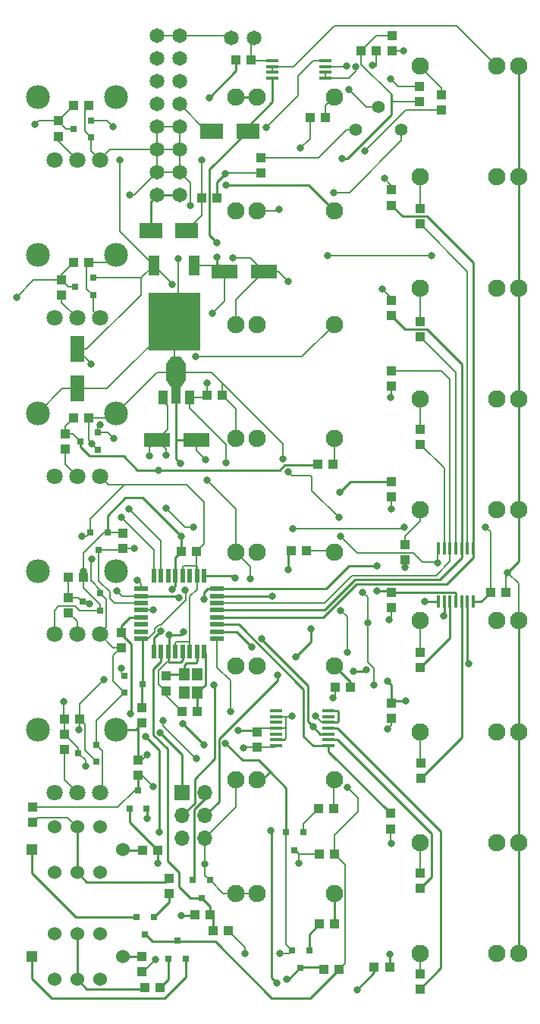
<source format=gtl>
G04 #@! TF.GenerationSoftware,KiCad,Pcbnew,(5.99.0-12261-ga2c28b18a8)*
G04 #@! TF.CreationDate,2021-10-12T13:44:05-07:00*
G04 #@! TF.ProjectId,SCMv3,53434d76-332e-46b6-9963-61645f706362,rev?*
G04 #@! TF.SameCoordinates,Original*
G04 #@! TF.FileFunction,Copper,L1,Top*
G04 #@! TF.FilePolarity,Positive*
%FSLAX46Y46*%
G04 Gerber Fmt 4.6, Leading zero omitted, Abs format (unit mm)*
G04 Created by KiCad (PCBNEW (5.99.0-12261-ga2c28b18a8)) date 2021-10-12 13:44:05*
%MOMM*%
%LPD*%
G01*
G04 APERTURE LIST*
G04 Aperture macros list*
%AMOutline4P*
0 Free polygon, 4 corners , with rotation*
0 The origin of the aperture is its center*
0 number of corners: always 4*
0 $1 to $8 corner X, Y*
0 $9 Rotation angle, in degrees counterclockwise*
0 create outline with 4 corners*
4,1,4,$1,$2,$3,$4,$5,$6,$7,$8,$1,$2,$9*%
G04 Aperture macros list end*
G04 #@! TA.AperFunction,SMDPad,CuDef*
%ADD10R,1.200000X2.200000*%
G04 #@! TD*
G04 #@! TA.AperFunction,SMDPad,CuDef*
%ADD11R,5.800000X6.400000*%
G04 #@! TD*
G04 #@! TA.AperFunction,SMDPad,CuDef*
%ADD12R,1.000000X1.000000*%
G04 #@! TD*
G04 #@! TA.AperFunction,ComponentPad*
%ADD13C,1.651000*%
G04 #@! TD*
G04 #@! TA.AperFunction,SMDPad,CuDef*
%ADD14R,1.150000X1.400000*%
G04 #@! TD*
G04 #@! TA.AperFunction,SMDPad,CuDef*
%ADD15R,0.800100X0.800100*%
G04 #@! TD*
G04 #@! TA.AperFunction,SMDPad,CuDef*
%ADD16R,2.499360X1.800860*%
G04 #@! TD*
G04 #@! TA.AperFunction,SMDPad,CuDef*
%ADD17R,1.450000X0.450000*%
G04 #@! TD*
G04 #@! TA.AperFunction,SMDPad,CuDef*
%ADD18R,0.450000X1.450000*%
G04 #@! TD*
G04 #@! TA.AperFunction,SMDPad,CuDef*
%ADD19R,3.000000X1.600000*%
G04 #@! TD*
G04 #@! TA.AperFunction,SMDPad,CuDef*
%ADD20R,1.600000X3.000000*%
G04 #@! TD*
G04 #@! TA.AperFunction,ComponentPad*
%ADD21C,1.397000*%
G04 #@! TD*
G04 #@! TA.AperFunction,ComponentPad*
%ADD22R,1.700000X1.700000*%
G04 #@! TD*
G04 #@! TA.AperFunction,ComponentPad*
%ADD23O,1.700000X1.700000*%
G04 #@! TD*
G04 #@! TA.AperFunction,SMDPad,CuDef*
%ADD24R,1.000000X1.500000*%
G04 #@! TD*
G04 #@! TA.AperFunction,SMDPad,CuDef*
%ADD25Outline4P,-1.100000X-0.500000X1.100000X-0.500000X0.400000X0.500000X-0.400000X0.500000X180.000000*%
G04 #@! TD*
G04 #@! TA.AperFunction,SMDPad,CuDef*
%ADD26Outline4P,-1.100000X-0.425000X1.100000X-0.425000X0.500000X0.425000X-0.500000X0.425000X0.000000*%
G04 #@! TD*
G04 #@! TA.AperFunction,SMDPad,CuDef*
%ADD27R,1.000000X1.800000*%
G04 #@! TD*
G04 #@! TA.AperFunction,SMDPad,CuDef*
%ADD28R,2.200000X1.840000*%
G04 #@! TD*
G04 #@! TA.AperFunction,SMDPad,CuDef*
%ADD29R,0.550000X1.600000*%
G04 #@! TD*
G04 #@! TA.AperFunction,SMDPad,CuDef*
%ADD30R,1.600000X0.550000*%
G04 #@! TD*
G04 #@! TA.AperFunction,ComponentPad*
%ADD31C,1.930400*%
G04 #@! TD*
G04 #@! TA.AperFunction,ComponentPad*
%ADD32C,1.524000*%
G04 #@! TD*
G04 #@! TA.AperFunction,ComponentPad*
%ADD33R,1.270000X1.270000*%
G04 #@! TD*
G04 #@! TA.AperFunction,ComponentPad*
%ADD34C,1.803400*%
G04 #@! TD*
G04 #@! TA.AperFunction,ComponentPad*
%ADD35C,2.667000*%
G04 #@! TD*
G04 #@! TA.AperFunction,ViaPad*
%ADD36C,0.800000*%
G04 #@! TD*
G04 #@! TA.AperFunction,Conductor*
%ADD37C,0.203200*%
G04 #@! TD*
G04 #@! TA.AperFunction,Conductor*
%ADD38C,0.250000*%
G04 #@! TD*
G04 APERTURE END LIST*
D10*
X20920000Y-27820000D03*
D11*
X18640000Y-34120000D03*
D10*
X16360000Y-27820000D03*
D12*
X42860000Y-39610000D03*
X42860000Y-41310000D03*
D13*
X16740000Y-2230000D03*
X19280000Y-2230000D03*
X16740000Y-4770000D03*
X19280000Y-4770000D03*
X16740000Y-7310000D03*
X19280000Y-7310000D03*
X16740000Y-9850000D03*
X19280000Y-9850000D03*
X16740000Y-12390000D03*
X19280000Y-12390000D03*
X16740000Y-14930000D03*
X19280000Y-14930000D03*
X16740000Y-17470000D03*
X19280000Y-17470000D03*
X16740000Y-20010000D03*
X19280000Y-20010000D03*
D12*
X53950000Y-64320000D03*
X55650000Y-64320000D03*
D14*
X21240000Y-75550000D03*
X19740000Y-73450000D03*
X21240000Y-73450000D03*
X19740000Y-75550000D03*
D12*
X46110000Y-35850000D03*
X46110000Y-34150000D03*
X46070000Y-108620000D03*
X46070000Y-106920000D03*
X6100000Y-31170000D03*
X6100000Y-29470000D03*
X28300000Y-15800000D03*
X28300000Y-17500000D03*
X17710000Y-73690000D03*
X17710000Y-75390000D03*
X22640000Y-100310000D03*
X20940000Y-100310000D03*
X46180000Y-85060000D03*
X46180000Y-83360000D03*
D15*
X9590760Y-31140000D03*
X9590760Y-29240000D03*
X7591780Y-30190000D03*
D12*
X33410000Y-59660000D03*
X31710000Y-59660000D03*
D15*
X33720000Y-104269240D03*
X31820000Y-104269240D03*
X32770000Y-106268220D03*
D12*
X42930000Y-21120000D03*
X42930000Y-19420000D03*
D15*
X33040000Y-91099240D03*
X31140000Y-91099240D03*
X32090000Y-93098220D03*
X22650000Y-96459240D03*
X20750000Y-96459240D03*
X21700000Y-98458220D03*
D12*
X6380000Y-78480000D03*
X8080000Y-78480000D03*
X46140000Y-72730000D03*
X46140000Y-71030000D03*
D16*
X16041020Y-23940000D03*
X20038980Y-23940000D03*
D17*
X35900000Y-81440000D03*
X35900000Y-80790000D03*
X35900000Y-80140000D03*
X35900000Y-79490000D03*
X35900000Y-78840000D03*
X35900000Y-78190000D03*
X35900000Y-77540000D03*
X30000000Y-77540000D03*
X30000000Y-78190000D03*
X30000000Y-78840000D03*
X30000000Y-79490000D03*
X30000000Y-80140000D03*
X30000000Y-80790000D03*
X30000000Y-81440000D03*
D12*
X40980000Y-106140000D03*
X42680000Y-106140000D03*
X21100000Y-59810000D03*
X19400000Y-59810000D03*
X21730000Y-20330000D03*
X23430000Y-20330000D03*
X42910000Y-33480000D03*
X42910000Y-31780000D03*
X34830000Y-101380000D03*
X36530000Y-101380000D03*
X7430000Y-27540000D03*
X9130000Y-27540000D03*
X6390000Y-81850000D03*
X6390000Y-80150000D03*
X2820000Y-88330000D03*
X2820000Y-90030000D03*
X34860000Y-93530000D03*
X36560000Y-93530000D03*
D15*
X13670000Y-88430760D03*
X15570000Y-88430760D03*
X14620000Y-86431780D03*
D12*
X27920000Y-81580000D03*
X27920000Y-79880000D03*
X44400000Y-60730000D03*
X44400000Y-59030000D03*
X21250000Y-77670000D03*
X19550000Y-77670000D03*
X12710000Y-68810000D03*
X12710000Y-70510000D03*
D18*
X52040000Y-59470000D03*
X51390000Y-59470000D03*
X50740000Y-59470000D03*
X50090000Y-59470000D03*
X49440000Y-59470000D03*
X48790000Y-59470000D03*
X48140000Y-59470000D03*
X48140000Y-65370000D03*
X48790000Y-65370000D03*
X49440000Y-65370000D03*
X50090000Y-65370000D03*
X50740000Y-65370000D03*
X51390000Y-65370000D03*
X52040000Y-65370000D03*
D12*
X6810000Y-62670000D03*
X8510000Y-62670000D03*
X7430000Y-10010000D03*
X9130000Y-10010000D03*
D19*
X16730000Y-47330000D03*
X21130000Y-47330000D03*
D20*
X7840000Y-37200000D03*
X7840000Y-41600000D03*
D12*
X39540000Y-3890000D03*
X41240000Y-3890000D03*
D21*
X38930000Y-12670000D03*
X41470000Y-10130000D03*
X44010000Y-12670000D03*
D22*
X19560000Y-86690000D03*
D23*
X22100000Y-86690000D03*
X19560000Y-89230000D03*
X22100000Y-89230000D03*
X19560000Y-91770000D03*
X22100000Y-91770000D03*
D12*
X17090000Y-108470000D03*
X15390000Y-108470000D03*
X34740000Y-88490000D03*
X36440000Y-88490000D03*
X6840000Y-66640000D03*
X6840000Y-64940000D03*
X35520000Y-11370000D03*
X33820000Y-11370000D03*
D17*
X35510000Y-6945000D03*
X35510000Y-6295000D03*
X35510000Y-5645000D03*
X35510000Y-4995000D03*
X29610000Y-4995000D03*
X29610000Y-5645000D03*
X29610000Y-6295000D03*
X29610000Y-6945000D03*
D12*
X46030000Y-9570000D03*
X46030000Y-7870000D03*
D15*
X9380760Y-13550000D03*
X9380760Y-11650000D03*
X7381780Y-12600000D03*
D12*
X6470000Y-48350000D03*
X6470000Y-46650000D03*
X42890000Y-64340000D03*
X42890000Y-66040000D03*
X42900000Y-52000000D03*
X42900000Y-53700000D03*
D15*
X16350000Y-100539240D03*
X14450000Y-100539240D03*
X15400000Y-102538220D03*
D24*
X17370000Y-42580000D03*
D25*
X18870000Y-41176200D03*
D26*
X18870000Y-38433000D03*
D27*
X18870000Y-42433500D03*
D28*
X18870000Y-39766500D03*
D24*
X20370000Y-42580000D03*
D12*
X46110000Y-97370000D03*
X46110000Y-95670000D03*
X16790000Y-93140000D03*
X15090000Y-93140000D03*
X27240000Y-4900000D03*
X25540000Y-4900000D03*
X42840000Y-89020000D03*
X42840000Y-90720000D03*
D16*
X26858980Y-12830000D03*
X22861020Y-12830000D03*
D19*
X24280000Y-28540000D03*
X28680000Y-28540000D03*
D15*
X10160760Y-48410000D03*
X10160760Y-46510000D03*
X8161780Y-47460000D03*
D12*
X5720000Y-13420000D03*
X5720000Y-11720000D03*
X42880000Y-76680000D03*
X42880000Y-78380000D03*
X15020000Y-106650000D03*
X15020000Y-104950000D03*
X14580000Y-84760000D03*
X14580000Y-83060000D03*
X7410000Y-44890000D03*
X9110000Y-44890000D03*
D15*
X13099240Y-73620000D03*
X13099240Y-75520000D03*
X15098220Y-74570000D03*
D12*
X35370000Y-106400000D03*
X37070000Y-106400000D03*
X46140000Y-47840000D03*
X46140000Y-46140000D03*
D13*
X27560000Y-2420000D03*
X25020000Y-2420000D03*
D15*
X11190000Y-57629240D03*
X9290000Y-57629240D03*
X10240000Y-59628220D03*
D12*
X38320000Y-74930000D03*
X36620000Y-74930000D03*
D15*
X9960760Y-83220000D03*
X9960760Y-81320000D03*
X7961780Y-82270000D03*
D12*
X48470000Y-8810000D03*
X48470000Y-10510000D03*
X46070000Y-23200000D03*
X46070000Y-21500000D03*
X12940000Y-59460000D03*
X12940000Y-57760000D03*
X22990000Y-102080000D03*
X24690000Y-102080000D03*
D29*
X16390000Y-70980000D03*
X17190000Y-70980000D03*
X17990000Y-70980000D03*
X18790000Y-70980000D03*
X19590000Y-70980000D03*
X20390000Y-70980000D03*
X21190000Y-70980000D03*
X21990000Y-70980000D03*
D30*
X23440000Y-69530000D03*
X23440000Y-68730000D03*
X23440000Y-67930000D03*
X23440000Y-67130000D03*
X23440000Y-66330000D03*
X23440000Y-65530000D03*
X23440000Y-64730000D03*
X23440000Y-63930000D03*
D29*
X21990000Y-62480000D03*
X21190000Y-62480000D03*
X20390000Y-62480000D03*
X19590000Y-62480000D03*
X18790000Y-62480000D03*
X17990000Y-62480000D03*
X17190000Y-62480000D03*
X16390000Y-62480000D03*
D30*
X14940000Y-63930000D03*
X14940000Y-64730000D03*
X14940000Y-65530000D03*
X14940000Y-66330000D03*
X14940000Y-67130000D03*
X14940000Y-67930000D03*
X14940000Y-68730000D03*
X14940000Y-69530000D03*
D12*
X18060000Y-97990000D03*
X18060000Y-96290000D03*
X15070000Y-77200000D03*
X15070000Y-78900000D03*
X36360000Y-50000000D03*
X34660000Y-50000000D03*
X22330000Y-42340000D03*
X24030000Y-42340000D03*
D15*
X10390760Y-66340000D03*
X10390760Y-64440000D03*
X8391780Y-65390000D03*
D12*
X42990000Y-2220000D03*
X42990000Y-3920000D03*
D15*
X18040000Y-105230760D03*
X19940000Y-105230760D03*
X18990000Y-103231780D03*
D31*
X46101000Y-17970500D03*
X57073800Y-17970500D03*
X54660800Y-17970500D03*
D32*
X5257800Y-90512900D03*
X7797800Y-90512900D03*
X10337800Y-90512900D03*
X5257800Y-95592900D03*
X7797800Y-95592900D03*
X10337800Y-95592900D03*
D33*
X2717800Y-93052900D03*
D32*
X12877800Y-93052900D03*
D31*
X36499800Y-9029700D03*
X25527000Y-9029700D03*
X27940000Y-9029700D03*
X36499800Y-34429700D03*
X25527000Y-34429700D03*
X27940000Y-34429700D03*
D34*
X10337637Y-51347943D03*
X7797637Y-51347943D03*
X5257637Y-51347943D03*
D35*
X12191837Y-44337543D03*
X3403437Y-44337543D03*
D31*
X46101000Y-30353000D03*
X57073800Y-30353000D03*
X54660800Y-30353000D03*
X46101000Y-42735500D03*
X57073800Y-42735500D03*
X54660800Y-42735500D03*
D34*
X10337637Y-33694943D03*
X7797637Y-33694943D03*
X5257637Y-33694943D03*
D35*
X12191837Y-26684543D03*
X3403437Y-26684543D03*
D34*
X10337637Y-86653943D03*
X7797637Y-86653943D03*
X5257637Y-86653943D03*
D35*
X12191837Y-79643543D03*
X3403437Y-79643543D03*
D31*
X46101000Y-104648000D03*
X57073800Y-104648000D03*
X54660800Y-104648000D03*
X36499800Y-72529700D03*
X25527000Y-72529700D03*
X27940000Y-72529700D03*
X36499800Y-97929700D03*
X25527000Y-97929700D03*
X27940000Y-97929700D03*
D32*
X5257800Y-102450900D03*
X7797800Y-102450900D03*
X10337800Y-102450900D03*
X5257800Y-107530900D03*
X7797800Y-107530900D03*
X10337800Y-107530900D03*
D33*
X2717800Y-104990900D03*
D32*
X12877800Y-104990900D03*
D31*
X46101000Y-5588000D03*
X57073800Y-5588000D03*
X54660800Y-5588000D03*
X36499800Y-59829700D03*
X25527000Y-59829700D03*
X27940000Y-59829700D03*
X46101000Y-92265500D03*
X57073800Y-92265500D03*
X54660800Y-92265500D03*
X46101000Y-67500500D03*
X57073800Y-67500500D03*
X54660800Y-67500500D03*
X36499800Y-47129700D03*
X25527000Y-47129700D03*
X27940000Y-47129700D03*
X36499800Y-85229700D03*
X25527000Y-85229700D03*
X27940000Y-85229700D03*
D34*
X10337637Y-69000943D03*
X7797637Y-69000943D03*
X5257637Y-69000943D03*
D35*
X12191837Y-61990543D03*
X3403437Y-61990543D03*
D34*
X10337637Y-16041943D03*
X7797637Y-16041943D03*
X5257637Y-16041943D03*
D35*
X12191837Y-9031543D03*
X3403437Y-9031543D03*
D31*
X46101000Y-79883000D03*
X57073800Y-79883000D03*
X54660800Y-79883000D03*
X46101000Y-55118000D03*
X57073800Y-55118000D03*
X54660800Y-55118000D03*
X36499800Y-21729700D03*
X25527000Y-21729700D03*
X27940000Y-21729700D03*
D36*
X30805275Y-49444918D03*
X15650000Y-82420000D03*
X37224116Y-58094880D03*
X35820000Y-26750000D03*
X13700000Y-20000000D03*
X25190000Y-27010000D03*
X22340000Y-51840000D03*
X9480380Y-47729620D03*
X31370000Y-29610000D03*
X47400000Y-26730000D03*
X19640000Y-78980000D03*
X26590000Y-104640000D03*
X19120000Y-27070000D03*
X31380000Y-50870000D03*
X27140000Y-62780000D03*
X21950000Y-81330000D03*
X24390000Y-17600000D03*
X37010000Y-55970000D03*
X24370000Y-81170000D03*
X8549457Y-61990543D03*
X16800000Y-94600000D03*
X8016457Y-79643543D03*
X25830000Y-79710000D03*
X18420000Y-63990000D03*
X31790000Y-78160000D03*
X48020000Y-61020000D03*
X34430000Y-78140000D03*
X19400000Y-58060000D03*
X22570000Y-9100000D03*
X12730000Y-72770000D03*
X18070000Y-69080000D03*
X22160000Y-49530000D03*
X19380000Y-49940000D03*
X20460000Y-21190000D03*
X16570000Y-105320000D03*
X22100000Y-94670000D03*
X30420000Y-104670000D03*
X55840000Y-62100000D03*
X10780000Y-74060000D03*
X19680000Y-68780000D03*
X36460000Y-19730000D03*
X8320000Y-58040000D03*
X30330000Y-21620000D03*
X9410000Y-60650000D03*
X9400000Y-38890000D03*
X12540000Y-16110000D03*
X15630000Y-89600000D03*
X10380000Y-45640000D03*
X11880000Y-47140000D03*
X18418900Y-30000000D03*
X11840000Y-12330000D03*
X19480000Y-100370000D03*
X24410011Y-18859989D03*
X21050000Y-38050000D03*
X32521100Y-94560000D03*
X31170000Y-107510000D03*
X39949120Y-15087600D03*
X19830000Y-64090000D03*
X24920000Y-77610000D03*
X16295500Y-86028336D03*
X3070000Y-12130000D03*
X13633883Y-55050716D03*
X12747299Y-55937299D03*
X1038900Y-31390000D03*
X16330000Y-66320000D03*
X16890000Y-50690000D03*
X14230000Y-59460000D03*
X32770000Y-14720000D03*
X31370000Y-61840000D03*
X12250000Y-64140000D03*
X9170000Y-65638900D03*
X19180000Y-64950000D03*
X36390000Y-76140000D03*
X14550000Y-62950000D03*
X6320000Y-76570000D03*
X8740000Y-83770000D03*
X31920000Y-57210000D03*
X17741499Y-54958668D03*
X21160000Y-82900000D03*
X26340000Y-81710000D03*
X15910000Y-49080000D03*
X17396948Y-78626948D03*
X17740000Y-49000000D03*
X20802201Y-57050000D03*
X53420000Y-57050000D03*
X44350000Y-57090000D03*
X23420000Y-25320000D03*
X37224116Y-66340000D03*
X23420000Y-26930000D03*
X24420000Y-49850000D03*
X37960000Y-71000000D03*
X22330000Y-40970000D03*
X22940000Y-33170000D03*
X37968409Y-86107436D03*
X21760000Y-16050000D03*
X28890000Y-12420000D03*
X44430000Y-61530000D03*
X46620000Y-65390000D03*
X48715500Y-66990000D03*
X37108384Y-53188616D03*
X33945000Y-68415000D03*
X32190000Y-71570000D03*
X30220000Y-73590000D03*
X29560000Y-64750000D03*
X27320000Y-70440000D03*
X30080000Y-107910000D03*
X39090000Y-108670000D03*
X28406979Y-69467781D03*
X29460000Y-90910000D03*
X34147500Y-79362500D03*
X17066252Y-79982242D03*
X41270000Y-64180000D03*
X21997125Y-65107474D03*
X41260000Y-61360000D03*
X25480000Y-62730000D03*
X23050000Y-74640000D03*
X51560000Y-72310000D03*
X44520000Y-76470000D03*
X40079424Y-72945566D03*
X42510000Y-74270000D03*
X38677223Y-73126470D03*
X39698168Y-64306704D03*
X38905688Y-5708904D03*
X40237989Y-67720104D03*
X40949538Y-74631970D03*
X38180000Y-8200000D03*
X37870000Y-5620000D03*
X42740000Y-104720000D03*
X42870000Y-92330000D03*
X42451528Y-79571088D03*
X42645584Y-67368928D03*
X42880000Y-55000000D03*
X42790000Y-42620000D03*
X41890696Y-30456632D03*
X42116248Y-18120360D03*
X44230000Y-3920000D03*
X42820336Y-7045960D03*
X40781224Y-5531104D03*
X17159631Y-68667405D03*
X37386056Y-15903311D03*
X15490000Y-80390000D03*
X17020000Y-91130000D03*
X13790000Y-77850000D03*
D37*
X13700000Y-20000000D02*
X14210000Y-20000000D01*
D38*
X19640000Y-79020000D02*
X19640000Y-78980000D01*
D37*
X25527000Y-55027000D02*
X22340000Y-51840000D01*
D38*
X19380000Y-69080000D02*
X19680000Y-68780000D01*
X13190000Y-53770000D02*
X15110000Y-53770000D01*
D37*
X55650000Y-62290000D02*
X55650000Y-64320000D01*
D38*
X27750000Y-79710000D02*
X27920000Y-79880000D01*
X18070000Y-69080000D02*
X19380000Y-69080000D01*
D37*
X8090000Y-66340000D02*
X10390760Y-66340000D01*
X16759520Y-39766500D02*
X12192163Y-44333857D01*
D38*
X36949511Y-77614511D02*
X36949511Y-78739511D01*
X15110000Y-53770000D02*
X19400000Y-58060000D01*
X57073800Y-104648000D02*
X57073800Y-92265500D01*
D37*
X48020000Y-59590000D02*
X48140000Y-59470000D01*
X8889599Y-30438839D02*
X9590760Y-31140000D01*
X30300000Y-28540000D02*
X31370000Y-29610000D01*
D38*
X28470300Y-85229700D02*
X29340000Y-84360000D01*
X18790000Y-63620000D02*
X18420000Y-63990000D01*
X13670000Y-90020000D02*
X13670000Y-89210000D01*
D37*
X31760000Y-78190000D02*
X31790000Y-78160000D01*
X24030000Y-40960000D02*
X30805275Y-47735275D01*
D38*
X16790000Y-93140000D02*
X16790000Y-94590000D01*
D37*
X21130000Y-48500000D02*
X21130000Y-47330000D01*
X12730000Y-72770000D02*
X12730000Y-73250760D01*
X19550000Y-77670000D02*
X17710000Y-75830000D01*
D38*
X25830000Y-79710000D02*
X27750000Y-79710000D01*
D37*
X18640000Y-34120000D02*
X18640000Y-39536500D01*
D38*
X25540000Y-6130000D02*
X22570000Y-9100000D01*
D37*
X28310000Y-79490000D02*
X30000000Y-79490000D01*
X31090000Y-80628200D02*
X31090000Y-79328200D01*
X24120460Y-97929700D02*
X22650000Y-96459240D01*
D38*
X18070000Y-70900000D02*
X17990000Y-70980000D01*
D37*
X25527000Y-31693000D02*
X28680000Y-28540000D01*
X8080000Y-78480000D02*
X8080000Y-79580000D01*
X47400000Y-26730000D02*
X35840000Y-26730000D01*
X16740000Y-14930000D02*
X11449580Y-14930000D01*
X18640000Y-34120000D02*
X19120000Y-33640000D01*
X17710000Y-75830000D02*
X17710000Y-75390000D01*
D38*
X29340000Y-84360000D02*
X28040000Y-83060000D01*
X30949022Y-80790000D02*
X30000000Y-80790000D01*
X12192163Y-79639857D02*
X14330143Y-79639857D01*
D37*
X14580000Y-83060000D02*
X15010000Y-83060000D01*
X22836500Y-39766500D02*
X18870000Y-39766500D01*
D38*
X26260000Y-83060000D02*
X24370000Y-81170000D01*
D37*
X12809240Y-57629240D02*
X12940000Y-57760000D01*
X28680000Y-28540000D02*
X27150000Y-27010000D01*
X39058125Y-59928889D02*
X37224116Y-58094880D01*
X20460000Y-21190000D02*
X20460000Y-18650000D01*
X8080000Y-79580000D02*
X8016457Y-79643543D01*
D38*
X35900000Y-77540000D02*
X36875000Y-77540000D01*
D37*
X11639380Y-44890000D02*
X12191837Y-44337543D01*
X11160000Y-41600000D02*
X18640000Y-34120000D01*
X8889599Y-27780401D02*
X8889599Y-30438839D01*
D38*
X15070000Y-78900000D02*
X14580000Y-79390000D01*
D37*
X6140980Y-41600000D02*
X7840000Y-41600000D01*
X24690000Y-102080000D02*
X26590000Y-103980000D01*
X31140000Y-103652500D02*
X31140000Y-91162500D01*
X25527000Y-97929700D02*
X27940000Y-97929700D01*
X34430000Y-78140000D02*
X35130000Y-78840000D01*
X5751111Y-65838889D02*
X7588889Y-65838889D01*
X27920000Y-79880000D02*
X28310000Y-79490000D01*
X8080000Y-78480000D02*
X8662941Y-79062941D01*
X10390760Y-66340000D02*
X10390760Y-65736750D01*
X34030000Y-51476800D02*
X33863200Y-51310000D01*
X9380760Y-13550000D02*
X9380760Y-15085066D01*
X16740000Y-17470000D02*
X19280000Y-17470000D01*
X11336380Y-27540000D02*
X12191837Y-26684543D01*
D38*
X14580000Y-79390000D02*
X14580000Y-83060000D01*
D37*
X8662941Y-79062941D02*
X8662941Y-81922181D01*
X48020000Y-61020000D02*
X48020000Y-59590000D01*
X25527000Y-34429700D02*
X25527000Y-31693000D01*
X16740000Y-14930000D02*
X16740000Y-17470000D01*
X31820000Y-51310000D02*
X31380000Y-50870000D01*
X22100000Y-91770000D02*
X22100000Y-94670000D01*
D38*
X19400000Y-59810000D02*
X18790000Y-60420000D01*
D37*
X8679599Y-10460401D02*
X8679599Y-12848839D01*
X18870000Y-39766500D02*
X16759520Y-39766500D01*
X8549457Y-61990543D02*
X8549457Y-59916441D01*
X19280000Y-17470000D02*
X19280000Y-14930000D01*
D38*
X31140000Y-91162500D02*
X31140000Y-86160000D01*
X57073800Y-55118000D02*
X57073800Y-60866200D01*
D37*
X19120000Y-33640000D02*
X19120000Y-27070000D01*
D38*
X16790000Y-93140000D02*
X13670000Y-90020000D01*
X11190000Y-55770000D02*
X13190000Y-53770000D01*
D37*
X31820000Y-104332500D02*
X31140000Y-103652500D01*
X31090000Y-79328200D02*
X30928200Y-79490000D01*
X8662941Y-81922181D02*
X9960760Y-83220000D01*
X8679599Y-12848839D02*
X9380760Y-13550000D01*
X16908889Y-73061111D02*
X17940000Y-72030000D01*
X9130000Y-10010000D02*
X8679599Y-10460401D01*
X25527000Y-59829700D02*
X25527000Y-55027000D01*
D38*
X19590000Y-71904022D02*
X19590000Y-70980000D01*
X23430000Y-18560000D02*
X24390000Y-17600000D01*
D37*
X24030000Y-40960000D02*
X22836500Y-39766500D01*
X30000000Y-78190000D02*
X30928200Y-78190000D01*
D38*
X19380000Y-49940000D02*
X18870000Y-49430000D01*
X18790000Y-62480000D02*
X18790000Y-63620000D01*
X23430000Y-20330000D02*
X23430000Y-18560000D01*
D37*
X35840000Y-26730000D02*
X35820000Y-26750000D01*
X28300000Y-17500000D02*
X24490000Y-17500000D01*
D38*
X18870000Y-49430000D02*
X18870000Y-47330000D01*
D37*
X9480380Y-47729620D02*
X10160760Y-48410000D01*
X30805275Y-47735275D02*
X30805275Y-49444918D01*
D38*
X19389511Y-72104511D02*
X19590000Y-71904022D01*
D37*
X30928200Y-78190000D02*
X31090000Y-78351800D01*
X34030000Y-52990000D02*
X37010000Y-55970000D01*
X10836658Y-57629240D02*
X11190000Y-57629240D01*
D38*
X36875000Y-77540000D02*
X36949511Y-77614511D01*
D37*
X55840000Y-62100000D02*
X57073800Y-63333800D01*
X16570000Y-105320000D02*
X15240000Y-106650000D01*
X25527000Y-59829700D02*
X27140000Y-61442700D01*
X9110000Y-44890000D02*
X9110000Y-47359240D01*
X15010000Y-83060000D02*
X15650000Y-82420000D01*
X25527000Y-97929700D02*
X24120460Y-97929700D01*
D38*
X16790000Y-94590000D02*
X16800000Y-94600000D01*
X18790000Y-60420000D02*
X18790000Y-62480000D01*
D37*
X22100000Y-91770000D02*
X25527000Y-88343000D01*
X30928200Y-79490000D02*
X30000000Y-79490000D01*
X7588889Y-65838889D02*
X8090000Y-66340000D01*
X26590000Y-103980000D02*
X26590000Y-104640000D01*
X30420000Y-104670000D02*
X31482500Y-104670000D01*
X5257637Y-66332363D02*
X5751111Y-65838889D01*
D38*
X17990000Y-70980000D02*
X17990000Y-72030000D01*
D37*
X27150000Y-27010000D02*
X25190000Y-27010000D01*
X9110000Y-47359240D02*
X9480380Y-47729620D01*
D38*
X21950000Y-81330000D02*
X19640000Y-79020000D01*
D37*
X25527000Y-43837000D02*
X24030000Y-42340000D01*
X31090000Y-78351800D02*
X31090000Y-79328200D01*
X20460000Y-18650000D02*
X19280000Y-17470000D01*
X27140000Y-61442700D02*
X27140000Y-62780000D01*
D38*
X13670000Y-89210000D02*
X13670000Y-88430760D01*
X36849022Y-78840000D02*
X35900000Y-78840000D01*
D37*
X11449580Y-14930000D02*
X10337637Y-16041943D01*
X8510000Y-63855990D02*
X8510000Y-62670000D01*
D38*
X36949511Y-78739511D02*
X36849022Y-78840000D01*
D37*
X34030000Y-52180000D02*
X34030000Y-52990000D01*
X16908889Y-74588889D02*
X16908889Y-73061111D01*
X17940000Y-72030000D02*
X17990000Y-72030000D01*
X22100000Y-94670000D02*
X22100000Y-95909240D01*
D38*
X14330143Y-79639857D02*
X15070000Y-78900000D01*
X19400000Y-59810000D02*
X19400000Y-58060000D01*
D37*
X30000000Y-78190000D02*
X31760000Y-78190000D01*
X47930000Y-60930000D02*
X46360000Y-60930000D01*
D38*
X21130000Y-47330000D02*
X18870000Y-47330000D01*
D37*
X8080000Y-78480000D02*
X8080000Y-76760000D01*
X17710000Y-75390000D02*
X16908889Y-74588889D01*
X33863200Y-51310000D02*
X31820000Y-51310000D01*
X48020000Y-61020000D02*
X47930000Y-60930000D01*
X9130000Y-27540000D02*
X8889599Y-27780401D01*
X34030000Y-52180000D02*
X34030000Y-51476800D01*
X3403437Y-44337543D02*
X6140980Y-41600000D01*
D38*
X57073800Y-60866200D02*
X55840000Y-62100000D01*
D37*
X30000000Y-80790000D02*
X30928200Y-80790000D01*
X35130000Y-78840000D02*
X35900000Y-78840000D01*
X31482500Y-104670000D02*
X31820000Y-104332500D01*
X30928200Y-80790000D02*
X31090000Y-80628200D01*
D38*
X57073800Y-92265500D02*
X57073800Y-79883000D01*
D37*
X19280000Y-14930000D02*
X19280000Y-12390000D01*
D38*
X57073800Y-30353000D02*
X57073800Y-42735500D01*
D37*
X22160000Y-49530000D02*
X21130000Y-48500000D01*
X16740000Y-12390000D02*
X19280000Y-12390000D01*
X14210000Y-20000000D02*
X16740000Y-17470000D01*
D38*
X57073800Y-67500500D02*
X57073800Y-79883000D01*
D37*
X25527000Y-47129700D02*
X25527000Y-43837000D01*
D38*
X18064511Y-72104511D02*
X19389511Y-72104511D01*
X31140000Y-86160000D02*
X29340000Y-84360000D01*
X57073800Y-5588000D02*
X57073800Y-17970500D01*
D37*
X8080000Y-76760000D02*
X10780000Y-74060000D01*
X11190000Y-57629240D02*
X12809240Y-57629240D01*
D38*
X18070000Y-69080000D02*
X18070000Y-70900000D01*
D37*
X10390760Y-65736750D02*
X8510000Y-63855990D01*
D38*
X57073800Y-17970500D02*
X57073800Y-30353000D01*
X18870000Y-47330000D02*
X18870000Y-42433500D01*
D37*
X5257637Y-69000943D02*
X5257637Y-66332363D01*
X16740000Y-12390000D02*
X16740000Y-14930000D01*
X57073800Y-63333800D02*
X57073800Y-67500500D01*
X55840000Y-62100000D02*
X55650000Y-62290000D01*
D38*
X17990000Y-72030000D02*
X18064511Y-72104511D01*
X11190000Y-55770000D02*
X11190000Y-57629240D01*
D37*
X24030000Y-42340000D02*
X24030000Y-40960000D01*
X22100000Y-95909240D02*
X22650000Y-96459240D01*
X8510000Y-62030000D02*
X8549457Y-61990543D01*
X16740000Y-14930000D02*
X19280000Y-14930000D01*
X28680000Y-28540000D02*
X30300000Y-28540000D01*
D38*
X27940000Y-85229700D02*
X28470300Y-85229700D01*
D37*
X9110000Y-44890000D02*
X11639380Y-44890000D01*
D38*
X25540000Y-4900000D02*
X25540000Y-6130000D01*
D37*
X46360000Y-60930000D02*
X45358889Y-59928889D01*
X25527000Y-88343000D02*
X25527000Y-85229700D01*
X7840000Y-41600000D02*
X11160000Y-41600000D01*
X15240000Y-106650000D02*
X15020000Y-106650000D01*
X9590760Y-32948066D02*
X10337637Y-33694943D01*
X8549457Y-59916441D02*
X10836658Y-57629240D01*
X45358889Y-59928889D02*
X39058125Y-59928889D01*
D38*
X25527000Y-9029700D02*
X27940000Y-9029700D01*
D37*
X24490000Y-17500000D02*
X24390000Y-17600000D01*
X9380760Y-15085066D02*
X10337637Y-16041943D01*
X8510000Y-62670000D02*
X8510000Y-62030000D01*
D38*
X57073800Y-55118000D02*
X57073800Y-42735500D01*
D37*
X9130000Y-27540000D02*
X11336380Y-27540000D01*
X18640000Y-39536500D02*
X18870000Y-39766500D01*
D38*
X28040000Y-83060000D02*
X26260000Y-83060000D01*
D37*
X9590760Y-31140000D02*
X9590760Y-32948066D01*
X20020000Y-52280000D02*
X13130000Y-52280000D01*
D38*
X20750000Y-96459240D02*
X20900000Y-96309240D01*
D37*
X9410000Y-63100000D02*
X9370000Y-63100000D01*
X30330000Y-21620000D02*
X30220300Y-21729700D01*
X9400000Y-38760000D02*
X7840000Y-37200000D01*
X10160760Y-45859240D02*
X10380000Y-45640000D01*
X10160760Y-46510000D02*
X10160760Y-45859240D01*
X20390000Y-64761508D02*
X21190000Y-63961508D01*
X21190000Y-63961508D02*
X21190000Y-62480000D01*
X10390760Y-64440000D02*
X10390760Y-64080760D01*
X9960760Y-78658480D02*
X13099240Y-75520000D01*
X14940000Y-29240000D02*
X16360000Y-27820000D01*
X12710000Y-70510000D02*
X11846694Y-70510000D01*
X12710000Y-70510000D02*
X11840000Y-71380000D01*
X10661921Y-82021161D02*
X10661921Y-86329659D01*
D38*
X20900000Y-88540000D02*
X22100000Y-87340000D01*
D37*
X11091921Y-68246659D02*
X10337637Y-69000943D01*
X14670000Y-29240000D02*
X14940000Y-29240000D01*
X9400000Y-38890000D02*
X9400000Y-38760000D01*
X18790000Y-70980000D02*
X18790000Y-69976800D01*
X20390000Y-69976800D02*
X20390000Y-70980000D01*
X8879240Y-58040000D02*
X9290000Y-57629240D01*
X18916800Y-69850000D02*
X20263200Y-69850000D01*
X10661921Y-86329659D02*
X10337637Y-86653943D01*
X38200000Y-19730000D02*
X36460000Y-19730000D01*
X22000000Y-54260000D02*
X20020000Y-52280000D01*
X9590760Y-29240000D02*
X14670000Y-29240000D01*
X21100000Y-59810000D02*
X22000000Y-58910000D01*
X9290000Y-57629240D02*
X9290000Y-56120000D01*
X21100000Y-62390000D02*
X21190000Y-62480000D01*
X9380760Y-11650000D02*
X11160000Y-11650000D01*
X16360000Y-27820000D02*
X18418900Y-29878900D01*
X11160000Y-11650000D02*
X11840000Y-12330000D01*
X19590000Y-61476800D02*
X19687911Y-61378889D01*
X22000000Y-58910000D02*
X22000000Y-54260000D01*
X8320000Y-58040000D02*
X8879240Y-58040000D01*
X8857778Y-37200000D02*
X14940000Y-31117778D01*
D38*
X20900000Y-96309240D02*
X20900000Y-88540000D01*
D37*
X18418900Y-29878900D02*
X18418900Y-30000000D01*
X20390000Y-70980000D02*
X20390000Y-64761508D01*
X10160760Y-46510000D02*
X11250000Y-46510000D01*
X21190000Y-61430000D02*
X21190000Y-62480000D01*
X9290000Y-56120000D02*
X13130000Y-52280000D01*
X11840000Y-71380000D02*
X11840000Y-74260760D01*
X10390760Y-64440000D02*
X11091921Y-65141161D01*
X44010000Y-12670000D02*
X44010000Y-13920000D01*
X19590000Y-62480000D02*
X19590000Y-61476800D01*
X9960760Y-81320000D02*
X9960760Y-78658480D01*
X11846694Y-70510000D02*
X10337637Y-69000943D01*
X9370000Y-63100000D02*
X9370000Y-60690000D01*
X9370000Y-60690000D02*
X9410000Y-60650000D01*
X30220300Y-21729700D02*
X27940000Y-21729700D01*
X19687911Y-61378889D02*
X21138889Y-61378889D01*
X11091921Y-65141161D02*
X11091921Y-68246659D01*
X12540000Y-24000000D02*
X12540000Y-16110000D01*
X11250000Y-46510000D02*
X11880000Y-47140000D01*
X11840000Y-74260760D02*
X13099240Y-75520000D01*
X13130000Y-52280000D02*
X11269694Y-52280000D01*
D38*
X15630000Y-89600000D02*
X15630000Y-88490760D01*
D37*
X10390760Y-64080760D02*
X9410000Y-63100000D01*
X9960760Y-81320000D02*
X10661921Y-82021161D01*
D38*
X22100000Y-87340000D02*
X22100000Y-86690000D01*
D37*
X44010000Y-13920000D02*
X38200000Y-19730000D01*
X21138889Y-61378889D02*
X21190000Y-61430000D01*
X20263200Y-69850000D02*
X20390000Y-69976800D01*
X11269694Y-52280000D02*
X10337637Y-51347943D01*
X14940000Y-31117778D02*
X14940000Y-29240000D01*
X21100000Y-59810000D02*
X21100000Y-62390000D01*
X18790000Y-69976800D02*
X18916800Y-69850000D01*
X7840000Y-37200000D02*
X8857778Y-37200000D01*
X16360000Y-27820000D02*
X12540000Y-24000000D01*
D38*
X15630000Y-88490760D02*
X15570000Y-88430760D01*
D37*
X44400000Y-58100000D02*
X44400000Y-59030000D01*
X46101000Y-55118000D02*
X46101000Y-56399000D01*
X46101000Y-56399000D02*
X44400000Y-58100000D01*
D38*
X12964900Y-93140000D02*
X12877800Y-93052900D01*
X15090000Y-93140000D02*
X12964900Y-93140000D01*
X2717800Y-95677800D02*
X2717800Y-93052900D01*
X14450000Y-100602500D02*
X7642500Y-100602500D01*
X7642500Y-100602500D02*
X2717800Y-95677800D01*
X15242589Y-108617411D02*
X8884311Y-108617411D01*
X20880000Y-100370000D02*
X20940000Y-100310000D01*
X19480000Y-100370000D02*
X20880000Y-100370000D01*
X15390000Y-108470000D02*
X15242589Y-108617411D01*
X7797800Y-102450900D02*
X7797800Y-107530900D01*
X8884311Y-108617411D02*
X7797800Y-107530900D01*
X15020000Y-104950000D02*
X12918700Y-104950000D01*
X12918700Y-104950000D02*
X12877800Y-104990900D01*
X17539022Y-109670000D02*
X4990000Y-109670000D01*
X2717800Y-107397800D02*
X2717800Y-104990900D01*
X4990000Y-109670000D02*
X2717800Y-107397800D01*
X19940000Y-105167500D02*
X19940000Y-107269022D01*
X19940000Y-107269022D02*
X17539022Y-109670000D01*
X38320000Y-74930000D02*
X38320000Y-74349900D01*
X38320000Y-74349900D02*
X36499800Y-72529700D01*
D37*
X35520000Y-10009500D02*
X36499800Y-9029700D01*
X35520000Y-11370000D02*
X35520000Y-10009500D01*
D38*
X36499800Y-21729700D02*
X33630089Y-18859989D01*
X33630089Y-18859989D02*
X24410011Y-18859989D01*
D37*
X36499800Y-47129700D02*
X36499800Y-49860200D01*
X36499800Y-49860200D02*
X36360000Y-50000000D01*
X33410000Y-59660000D02*
X36330100Y-59660000D01*
X36330100Y-59660000D02*
X36499800Y-59829700D01*
X32879500Y-38050000D02*
X36499800Y-34429700D01*
X21050000Y-38050000D02*
X32879500Y-38050000D01*
X6390000Y-85246306D02*
X7797637Y-86653943D01*
X6390000Y-81850000D02*
X6390000Y-85246306D01*
X5720000Y-13964306D02*
X5720000Y-13420000D01*
X7797637Y-16041943D02*
X5720000Y-13964306D01*
X7797637Y-51347943D02*
X6470000Y-50020306D01*
X6470000Y-50020306D02*
X6470000Y-48350000D01*
X7797637Y-69000943D02*
X7797637Y-67597637D01*
X7797637Y-67597637D02*
X6840000Y-66640000D01*
X6100000Y-31170000D02*
X6100000Y-31997306D01*
X6100000Y-31997306D02*
X7797637Y-33694943D01*
X32090000Y-93037500D02*
X32521100Y-93468600D01*
X32521100Y-93468600D02*
X32521100Y-94560000D01*
X32090000Y-93037500D02*
X32582500Y-93530000D01*
X32582500Y-93530000D02*
X34860000Y-93530000D01*
X3400211Y-89449789D02*
X6734689Y-89449789D01*
X2820000Y-90030000D02*
X3400211Y-89449789D01*
D38*
X17670589Y-96679411D02*
X18060000Y-96290000D01*
X7797800Y-95592900D02*
X8884311Y-96679411D01*
X7797800Y-90512900D02*
X7797800Y-95592900D01*
X8884311Y-96679411D02*
X17670589Y-96679411D01*
D37*
X6734689Y-89449789D02*
X7797800Y-90512900D01*
X36440000Y-85289500D02*
X36499800Y-85229700D01*
X36440000Y-88490000D02*
X36440000Y-85289500D01*
D38*
X32770000Y-106207500D02*
X35177500Y-106207500D01*
X31467500Y-107510000D02*
X32770000Y-106207500D01*
X35177500Y-106207500D02*
X35370000Y-106400000D01*
X31170000Y-107510000D02*
X31467500Y-107510000D01*
X36530000Y-101380000D02*
X36530000Y-97959900D01*
X36530000Y-97959900D02*
X36499800Y-97929700D01*
X15070000Y-74598220D02*
X15098220Y-74570000D01*
D37*
X16458530Y-68765894D02*
X16458530Y-68376998D01*
D38*
X15098220Y-74570000D02*
X15098220Y-69688220D01*
D37*
X19987289Y-65158601D02*
X19987289Y-64247289D01*
D38*
X15070000Y-77200000D02*
X15070000Y-74598220D01*
D37*
X16458530Y-68376998D02*
X16869224Y-67966304D01*
X16869224Y-67966304D02*
X17179586Y-67966304D01*
X48470000Y-10510000D02*
X44526720Y-10510000D01*
X15694424Y-69530000D02*
X16458530Y-68765894D01*
X17179586Y-67966304D02*
X19987289Y-65158601D01*
X19987289Y-64247289D02*
X19830000Y-64090000D01*
X44526720Y-10510000D02*
X39949120Y-15087600D01*
X14940000Y-69530000D02*
X15694424Y-69530000D01*
D38*
X14580000Y-84760000D02*
X14580000Y-86391780D01*
D37*
X24920000Y-74190000D02*
X24920000Y-77610000D01*
X23440000Y-72710000D02*
X24920000Y-74190000D01*
D38*
X14580000Y-86391780D02*
X14620000Y-86431780D01*
D37*
X15027156Y-84760000D02*
X16295500Y-86028344D01*
X14266658Y-86431780D02*
X14620000Y-86431780D01*
X2820000Y-88330000D02*
X12368438Y-88330000D01*
X12368438Y-88330000D02*
X14266658Y-86431780D01*
X23440000Y-69530000D02*
X23440000Y-72710000D01*
X7430000Y-10010000D02*
X5720000Y-11720000D01*
X3070000Y-12130000D02*
X3480000Y-11720000D01*
X17190000Y-62480000D02*
X17190000Y-58606833D01*
X17190000Y-58606833D02*
X13633883Y-55050716D01*
X6600000Y-12600000D02*
X5720000Y-11720000D01*
X3480000Y-11720000D02*
X5720000Y-11720000D01*
X7381780Y-12600000D02*
X6600000Y-12600000D01*
D38*
X21250000Y-77670000D02*
X21250000Y-75560000D01*
X21240000Y-75550000D02*
X22139511Y-74650489D01*
X22139511Y-71129511D02*
X21990000Y-70980000D01*
X22139511Y-74650489D02*
X22139511Y-71129511D01*
X21250000Y-75560000D02*
X21240000Y-75550000D01*
X19740000Y-72500000D02*
X19740000Y-73450000D01*
X20050000Y-72190000D02*
X19740000Y-72500000D01*
X21190000Y-70980000D02*
X21190000Y-72030000D01*
X21030000Y-72190000D02*
X20050000Y-72190000D01*
X17950000Y-73450000D02*
X19740000Y-73450000D01*
X17710000Y-73690000D02*
X17950000Y-73450000D01*
X21190000Y-72030000D02*
X21030000Y-72190000D01*
D37*
X7591780Y-30190000D02*
X6820000Y-30190000D01*
X6100000Y-29470000D02*
X6100000Y-28870000D01*
X6100000Y-28870000D02*
X7430000Y-27540000D01*
X16390000Y-62480000D02*
X16390000Y-59580000D01*
X6820000Y-30190000D02*
X6100000Y-29470000D01*
X2958900Y-29470000D02*
X1038900Y-31390000D01*
X6100000Y-29470000D02*
X2958900Y-29470000D01*
X16390000Y-59580000D02*
X12747299Y-55937299D01*
D38*
X17190000Y-72030000D02*
X17190000Y-70980000D01*
X17874501Y-94304501D02*
X17874501Y-81815091D01*
X22990000Y-100660000D02*
X22640000Y-100310000D01*
X21700000Y-98458220D02*
X20468220Y-98458220D01*
X22640000Y-100310000D02*
X22640000Y-99398220D01*
X20468220Y-98458220D02*
X19170000Y-97160000D01*
X16341751Y-80282341D02*
X16341751Y-72878249D01*
X19170000Y-97160000D02*
X19170000Y-95600000D01*
X16341751Y-72878249D02*
X17190000Y-72030000D01*
X22990000Y-102080000D02*
X22990000Y-100660000D01*
X19170000Y-95600000D02*
X17874501Y-94304501D01*
X22640000Y-99398220D02*
X21700000Y-98458220D01*
X17874501Y-81815091D02*
X16341751Y-80282341D01*
X12994561Y-49134561D02*
X9194561Y-49134561D01*
X8161780Y-48101780D02*
X8161780Y-47460000D01*
D37*
X16320000Y-66330000D02*
X16330000Y-66320000D01*
D38*
X34514501Y-50145499D02*
X34660000Y-50000000D01*
X30465400Y-50670000D02*
X30989901Y-50145499D01*
D37*
X6470000Y-46650000D02*
X7351780Y-46650000D01*
D38*
X9194561Y-49134561D02*
X8161780Y-48101780D01*
X14530000Y-50670000D02*
X16920000Y-50670000D01*
D37*
X16920000Y-50670000D02*
X16900000Y-50690000D01*
X14940000Y-66330000D02*
X16320000Y-66330000D01*
D38*
X16920000Y-50670000D02*
X30465400Y-50670000D01*
X14530000Y-50670000D02*
X12994561Y-49134561D01*
X30989901Y-50145499D02*
X34514501Y-50145499D01*
D37*
X6470000Y-45830000D02*
X7410000Y-44890000D01*
X6470000Y-46650000D02*
X6470000Y-45830000D01*
X16900000Y-50690000D02*
X16890000Y-50690000D01*
X7351780Y-46650000D02*
X8161780Y-47460000D01*
X10240000Y-59628220D02*
X12771780Y-59628220D01*
X10240000Y-59628220D02*
X10240000Y-63030694D01*
X11988492Y-65530000D02*
X14940000Y-65530000D01*
X11478899Y-64269593D02*
X11478899Y-65020407D01*
X14230000Y-59460000D02*
X12940000Y-59460000D01*
X10240000Y-63030694D02*
X11478899Y-64269593D01*
X11478899Y-65020407D02*
X11988492Y-65530000D01*
X12771780Y-59628220D02*
X12940000Y-59460000D01*
X33820000Y-11370000D02*
X33820000Y-13670000D01*
X33820000Y-13670000D02*
X32770000Y-14720000D01*
X7941780Y-64940000D02*
X8391780Y-65390000D01*
D38*
X31370000Y-60000000D02*
X31710000Y-59660000D01*
D37*
X8921100Y-65390000D02*
X9170000Y-65638900D01*
X12250000Y-64140000D02*
X12840000Y-64730000D01*
X6840000Y-62700000D02*
X6810000Y-62670000D01*
X6840000Y-64940000D02*
X7941780Y-64940000D01*
X8391780Y-65390000D02*
X8921100Y-65390000D01*
X6840000Y-64940000D02*
X6840000Y-62700000D01*
D38*
X14940000Y-64730000D02*
X18960000Y-64730000D01*
X18960000Y-64730000D02*
X19180000Y-64950000D01*
D37*
X12840000Y-64730000D02*
X14940000Y-64730000D01*
D38*
X31370000Y-61840000D02*
X31370000Y-60000000D01*
D37*
X7961780Y-82270000D02*
X7961780Y-81721780D01*
X6390000Y-80150000D02*
X6390000Y-78490000D01*
X8740000Y-83048220D02*
X7961780Y-82270000D01*
X36620000Y-75910000D02*
X36390000Y-76140000D01*
X6320000Y-78420000D02*
X6380000Y-78480000D01*
X14940000Y-63930000D02*
X14940000Y-63340000D01*
X8740000Y-83770000D02*
X8740000Y-83048220D01*
X36620000Y-74930000D02*
X36620000Y-75910000D01*
X14940000Y-63340000D02*
X14550000Y-62950000D01*
X7961780Y-81721780D02*
X6390000Y-80150000D01*
X6320000Y-76570000D02*
X6320000Y-78420000D01*
X6390000Y-78490000D02*
X6380000Y-78480000D01*
X16730000Y-47330000D02*
X17740000Y-48340000D01*
X15910000Y-48150000D02*
X15910000Y-49080000D01*
X16730000Y-47330000D02*
X17930000Y-46130000D01*
D38*
X52900000Y-65370000D02*
X53950000Y-64320000D01*
D37*
X21160000Y-82900000D02*
X21040000Y-82900000D01*
X17930000Y-43495722D02*
X17370000Y-42935722D01*
X21040000Y-82900000D02*
X17396948Y-79256948D01*
X16730000Y-47330000D02*
X15910000Y-48150000D01*
X27920000Y-81580000D02*
X29860000Y-81580000D01*
X17930000Y-46130000D02*
X17930000Y-43495722D01*
X26470000Y-81580000D02*
X26340000Y-81710000D01*
X31920000Y-57210000D02*
X44230000Y-57210000D01*
X44230000Y-57210000D02*
X44350000Y-57090000D01*
D38*
X52040000Y-65370000D02*
X52900000Y-65370000D01*
D37*
X17396948Y-79256948D02*
X17396948Y-78626948D01*
X20802201Y-57050000D02*
X19832831Y-57050000D01*
X29860000Y-81580000D02*
X30000000Y-81440000D01*
X19832831Y-57050000D02*
X17741499Y-54958668D01*
X17370000Y-42935722D02*
X17370000Y-42580000D01*
X27920000Y-81580000D02*
X26470000Y-81580000D01*
X53420000Y-57050000D02*
X53950000Y-57580000D01*
X53950000Y-57580000D02*
X53950000Y-64320000D01*
X17740000Y-48340000D02*
X17740000Y-49000000D01*
X23560000Y-27820000D02*
X24280000Y-28540000D01*
X24280000Y-31830000D02*
X22940000Y-33170000D01*
X20370000Y-43763535D02*
X24420000Y-47813535D01*
D38*
X23420000Y-27680000D02*
X24280000Y-28540000D01*
D37*
X22330000Y-42340000D02*
X22330000Y-40970000D01*
D38*
X26858980Y-12341186D02*
X29610000Y-9590166D01*
D37*
X24280000Y-28540000D02*
X24280000Y-31830000D01*
X37766111Y-94736111D02*
X37766111Y-105703889D01*
D38*
X18990000Y-103292500D02*
X23222500Y-103292500D01*
D37*
X39160000Y-87299027D02*
X37968409Y-86107436D01*
X20920000Y-27820000D02*
X23560000Y-27820000D01*
X24420000Y-47813535D02*
X24420000Y-49850000D01*
X20370000Y-42580000D02*
X20370000Y-43763535D01*
D38*
X22554511Y-17134469D02*
X22554511Y-24454511D01*
D37*
X36560000Y-93530000D02*
X37766111Y-94736111D01*
D38*
X22554511Y-24454511D02*
X23420000Y-25320000D01*
D37*
X22090000Y-42580000D02*
X22330000Y-42340000D01*
X36560000Y-91440760D02*
X39160000Y-88840760D01*
D38*
X23222500Y-103292500D02*
X29530000Y-109600000D01*
X16215000Y-103292500D02*
X18990000Y-103292500D01*
X15400000Y-102477500D02*
X16215000Y-103292500D01*
X33870000Y-109600000D02*
X37070000Y-106400000D01*
D37*
X20370000Y-42580000D02*
X22090000Y-42580000D01*
X39160000Y-88840760D02*
X39160000Y-87299027D01*
D38*
X29530000Y-109600000D02*
X33870000Y-109600000D01*
X23420000Y-26930000D02*
X23420000Y-27680000D01*
D37*
X36560000Y-93530000D02*
X36560000Y-91440760D01*
D38*
X29610000Y-9590166D02*
X29610000Y-6945000D01*
X26858980Y-12830000D02*
X22554511Y-17134469D01*
X26858980Y-12830000D02*
X26858980Y-12341186D01*
D37*
X37960000Y-71000000D02*
X37960000Y-67075884D01*
X37960000Y-67075884D02*
X37224116Y-66340000D01*
X37766111Y-105703889D02*
X37070000Y-106400000D01*
X21760000Y-16050000D02*
X21730000Y-16080000D01*
X34165000Y-4995000D02*
X32447289Y-6712711D01*
X21730000Y-16080000D02*
X21730000Y-20330000D01*
X35510000Y-4995000D02*
X34165000Y-4995000D01*
X21730000Y-22248980D02*
X20038980Y-23940000D01*
X32447289Y-8862711D02*
X28890000Y-12420000D01*
X21730000Y-20330000D02*
X21730000Y-22248980D01*
X32447289Y-6712711D02*
X32447289Y-8862711D01*
X19280000Y-9850000D02*
X22260000Y-12830000D01*
X22260000Y-12830000D02*
X22861020Y-12830000D01*
D38*
X16041020Y-23940000D02*
X16041020Y-20708980D01*
X16041020Y-20708980D02*
X16740000Y-20010000D01*
X16740000Y-20010000D02*
X19280000Y-20010000D01*
X52040000Y-59470000D02*
X52040000Y-27520978D01*
X49075000Y-63410000D02*
X39030000Y-63410000D01*
X46843533Y-22324511D02*
X44134511Y-22324511D01*
X44134511Y-22324511D02*
X42930000Y-21120000D01*
X35310000Y-67130000D02*
X23440000Y-67130000D01*
X39030000Y-63410000D02*
X35310000Y-67130000D01*
X52040000Y-60445000D02*
X49075000Y-63410000D01*
X52040000Y-27520978D02*
X46843533Y-22324511D01*
X52040000Y-59470000D02*
X52040000Y-60445000D01*
D37*
X51390000Y-59470000D02*
X51390000Y-28520000D01*
X51390000Y-28520000D02*
X46070000Y-23200000D01*
D38*
X50740000Y-59470000D02*
X50740000Y-38830978D01*
X48268889Y-62916111D02*
X50740000Y-60445000D01*
X44430000Y-35000000D02*
X42910000Y-33480000D01*
X50740000Y-60445000D02*
X50740000Y-59470000D01*
X46909022Y-35000000D02*
X44430000Y-35000000D01*
X23440000Y-66330000D02*
X35400000Y-66330000D01*
X50740000Y-38830978D02*
X46909022Y-35000000D01*
X35400000Y-66330000D02*
X38813889Y-62916111D01*
X38813889Y-62916111D02*
X48268889Y-62916111D01*
D37*
X50090000Y-39830000D02*
X46110000Y-35850000D01*
X50090000Y-59470000D02*
X50090000Y-39830000D01*
X35420000Y-65530000D02*
X23440000Y-65530000D01*
X49440000Y-59470000D02*
X49440000Y-40540000D01*
X49440000Y-59470000D02*
X49440000Y-60860000D01*
X49440000Y-40540000D02*
X48510000Y-39610000D01*
X38510000Y-62440000D02*
X35420000Y-65530000D01*
X48510000Y-39610000D02*
X42860000Y-39610000D01*
X49440000Y-60860000D02*
X47860000Y-62440000D01*
X47860000Y-62440000D02*
X38510000Y-62440000D01*
X48790000Y-59470000D02*
X48790000Y-50490000D01*
X48790000Y-50490000D02*
X46140000Y-47840000D01*
D38*
X48120000Y-65390000D02*
X48140000Y-65370000D01*
X44400000Y-60730000D02*
X44400000Y-61500000D01*
X44400000Y-61500000D02*
X44430000Y-61530000D01*
X46620000Y-65390000D02*
X48120000Y-65390000D01*
X33945000Y-69815000D02*
X33945000Y-68415000D01*
X23634012Y-80710588D02*
X30220000Y-74124600D01*
X23634012Y-87695988D02*
X23634012Y-80710588D01*
X22100000Y-89230000D02*
X23634012Y-87695988D01*
X30220000Y-74124600D02*
X30220000Y-73590000D01*
X32190000Y-71570000D02*
X33945000Y-69815000D01*
X38297000Y-52000000D02*
X37108384Y-53188616D01*
X42900000Y-52000000D02*
X38297000Y-52000000D01*
X48790000Y-66915500D02*
X48715500Y-66990000D01*
X29540000Y-64730000D02*
X29560000Y-64750000D01*
X48790000Y-65370000D02*
X48790000Y-66915500D01*
X23440000Y-64730000D02*
X29540000Y-64730000D01*
X35900000Y-81440000D02*
X35900000Y-82080000D01*
X25844600Y-67930000D02*
X33100000Y-75185400D01*
X35900000Y-82080000D02*
X42840000Y-89020000D01*
X33100000Y-75185400D02*
X33100000Y-80400000D01*
X34140000Y-81440000D02*
X35900000Y-81440000D01*
X23440000Y-67930000D02*
X25844600Y-67930000D01*
X33100000Y-80400000D02*
X34140000Y-81440000D01*
X47390711Y-91305711D02*
X47390711Y-96089289D01*
X47390711Y-96089289D02*
X46110000Y-97370000D01*
X35900000Y-80790000D02*
X36875000Y-80790000D01*
X36875000Y-80790000D02*
X47390711Y-91305711D01*
X34925000Y-80140000D02*
X34147500Y-79362500D01*
X25610000Y-68730000D02*
X27320000Y-70440000D01*
X29550000Y-107380000D02*
X29550000Y-91000000D01*
X39090000Y-108670000D02*
X40980000Y-106780000D01*
X35900000Y-80140000D02*
X34925000Y-80140000D01*
X29550000Y-91000000D02*
X29460000Y-90910000D01*
X33549520Y-78764520D02*
X33549520Y-74769520D01*
X30080000Y-107910000D02*
X29550000Y-107380000D01*
X23440000Y-68730000D02*
X25610000Y-68730000D01*
X40980000Y-106780000D02*
X40980000Y-106140000D01*
X33549520Y-74769520D02*
X28406979Y-69626979D01*
X28406979Y-69626979D02*
X28406979Y-69467781D01*
X34147500Y-79362500D02*
X33549520Y-78764520D01*
X48420000Y-91035000D02*
X48420000Y-106270000D01*
X36875000Y-79490000D02*
X48420000Y-91035000D01*
X35900000Y-79490000D02*
X36875000Y-79490000D01*
X48420000Y-106270000D02*
X46070000Y-108620000D01*
X22390000Y-63930000D02*
X21997125Y-64322875D01*
X23440000Y-63930000D02*
X22390000Y-63930000D01*
X38170000Y-61360000D02*
X41260000Y-61360000D01*
X42730000Y-64180000D02*
X42890000Y-64340000D01*
X41270000Y-64180000D02*
X42730000Y-64180000D01*
X21997125Y-64322875D02*
X21997125Y-65107474D01*
X23440000Y-63930000D02*
X35600000Y-63930000D01*
X42910000Y-64320000D02*
X42890000Y-64340000D01*
X19560000Y-86690000D02*
X19560000Y-82475990D01*
X50015000Y-64320000D02*
X42910000Y-64320000D01*
X50090000Y-64395000D02*
X50015000Y-64320000D01*
X19560000Y-82475990D02*
X17066252Y-79982242D01*
X50090000Y-65370000D02*
X50090000Y-64395000D01*
X35600000Y-63930000D02*
X38170000Y-61360000D01*
X44520000Y-76470000D02*
X43090000Y-76470000D01*
X42510000Y-74270000D02*
X42880000Y-74640000D01*
X51390000Y-65370000D02*
X51390000Y-72140000D01*
X20925489Y-85174511D02*
X23184501Y-82915499D01*
X23184501Y-82915499D02*
X23184501Y-74774501D01*
X20925489Y-87864511D02*
X20925489Y-85174511D01*
X19560000Y-89230000D02*
X20925489Y-87864511D01*
X21990000Y-62480000D02*
X25230000Y-62480000D01*
X42880000Y-74640000D02*
X42880000Y-76680000D01*
X51390000Y-72140000D02*
X51560000Y-72310000D01*
X40079424Y-72945566D02*
X39898520Y-73126470D01*
X23184501Y-74774501D02*
X23050000Y-74640000D01*
X25230000Y-62480000D02*
X25480000Y-62730000D01*
X39898520Y-73126470D02*
X38677223Y-73126470D01*
X43090000Y-76470000D02*
X42880000Y-76680000D01*
D37*
X35510000Y-6295000D02*
X35510000Y-6945000D01*
X40237989Y-67720104D02*
X40237989Y-64846525D01*
X38150160Y-6945000D02*
X35510000Y-6945000D01*
X38905688Y-6189472D02*
X38150160Y-6945000D01*
X40949538Y-72824174D02*
X40237989Y-72112625D01*
X40237989Y-64846525D02*
X39698168Y-64306704D01*
X40237989Y-72112625D02*
X40237989Y-67720104D01*
X38905688Y-5708904D02*
X38905688Y-6189472D01*
X40949538Y-72824174D02*
X40949538Y-74631970D01*
X41470000Y-10130000D02*
X40110000Y-10130000D01*
X37870000Y-5620000D02*
X37845000Y-5645000D01*
X40110000Y-10130000D02*
X38180000Y-8200000D01*
X37845000Y-5645000D02*
X35510000Y-5645000D01*
X27240000Y-2740000D02*
X27560000Y-2420000D01*
X27335000Y-4995000D02*
X27240000Y-4900000D01*
X27240000Y-4900000D02*
X27240000Y-2740000D01*
X29610000Y-4995000D02*
X27335000Y-4995000D01*
X29610000Y-5645000D02*
X31934852Y-5645000D01*
X50132800Y-1060000D02*
X54660800Y-5588000D01*
X36519852Y-1060000D02*
X50132800Y-1060000D01*
X31934852Y-5645000D02*
X36519852Y-1060000D01*
X29610000Y-5645000D02*
X29610000Y-6295000D01*
X24830000Y-2230000D02*
X25020000Y-2420000D01*
X16740000Y-2230000D02*
X19280000Y-2230000D01*
X19280000Y-2230000D02*
X24830000Y-2230000D01*
X46101000Y-106889000D02*
X46070000Y-106920000D01*
X46101000Y-104648000D02*
X46101000Y-106889000D01*
X46101000Y-92265500D02*
X46101000Y-95661000D01*
X46101000Y-95661000D02*
X46110000Y-95670000D01*
X46101000Y-83281000D02*
X46180000Y-83360000D01*
X46101000Y-79883000D02*
X46101000Y-83281000D01*
X46101000Y-70991000D02*
X46140000Y-71030000D01*
X46101000Y-67500500D02*
X46101000Y-70991000D01*
X46101000Y-42735500D02*
X46101000Y-46101000D01*
X46101000Y-46101000D02*
X46140000Y-46140000D01*
X46101000Y-34141000D02*
X46110000Y-34150000D01*
X46101000Y-30353000D02*
X46101000Y-34141000D01*
X46101000Y-17970500D02*
X46101000Y-21469000D01*
X46101000Y-21469000D02*
X46070000Y-21500000D01*
D38*
X42680000Y-104780000D02*
X42740000Y-104720000D01*
X42680000Y-106140000D02*
X42680000Y-104780000D01*
D37*
X42840000Y-90720000D02*
X42840000Y-92300000D01*
X42840000Y-92300000D02*
X42870000Y-92330000D01*
X42880000Y-78380000D02*
X42880000Y-79142616D01*
X42880000Y-79142616D02*
X42451528Y-79571088D01*
X42890000Y-67124512D02*
X42645584Y-67368928D01*
X42890000Y-66040000D02*
X42890000Y-67124512D01*
X42900000Y-54980000D02*
X42880000Y-55000000D01*
X42900000Y-53700000D02*
X42900000Y-54980000D01*
X42860000Y-42550000D02*
X42790000Y-42620000D01*
X42860000Y-41310000D02*
X42860000Y-42550000D01*
X42910000Y-31475936D02*
X41890696Y-30456632D01*
X42910000Y-31780000D02*
X42910000Y-31475936D01*
X42930000Y-19420000D02*
X42930000Y-18934112D01*
X42930000Y-18934112D02*
X42116248Y-18120360D01*
X42990000Y-3920000D02*
X44230000Y-3920000D01*
X43644376Y-7870000D02*
X42820336Y-7045960D01*
X46030000Y-7870000D02*
X43644376Y-7870000D01*
X40840120Y-5590000D02*
X40781224Y-5531104D01*
X41240000Y-3890000D02*
X41240000Y-5590000D01*
X41240000Y-5590000D02*
X40840120Y-5590000D01*
D38*
X18060000Y-97990000D02*
X18060000Y-98892500D01*
X18060000Y-98892500D02*
X16350000Y-100602500D01*
D37*
X33040000Y-91162500D02*
X33040000Y-90190000D01*
X33040000Y-90190000D02*
X34740000Y-88490000D01*
D38*
X18040000Y-107520000D02*
X17090000Y-108470000D01*
X18040000Y-105167500D02*
X18040000Y-107520000D01*
X33720000Y-102490000D02*
X34830000Y-101380000D01*
X33720000Y-104332500D02*
X33720000Y-102490000D01*
D37*
X39540000Y-5390000D02*
X42870000Y-8720000D01*
X42990000Y-2220000D02*
X41210000Y-2220000D01*
D38*
X42870000Y-11010000D02*
X37960000Y-15920000D01*
D37*
X46030000Y-9570000D02*
X43120000Y-9570000D01*
D38*
X42870000Y-9320000D02*
X42870000Y-8720000D01*
D37*
X39540000Y-3890000D02*
X39540000Y-5390000D01*
D38*
X37960000Y-15920000D02*
X37402745Y-15920000D01*
D37*
X41210000Y-2220000D02*
X39540000Y-3890000D01*
D38*
X42870000Y-9320000D02*
X42870000Y-11010000D01*
X16390000Y-70980000D02*
X16390000Y-69437036D01*
X37402745Y-15920000D02*
X37386056Y-15903311D01*
D37*
X43120000Y-9570000D02*
X42870000Y-9320000D01*
D38*
X16390000Y-69437036D02*
X17159631Y-68667405D01*
X12710000Y-68810000D02*
X12710000Y-68060000D01*
X13823801Y-70103312D02*
X13823801Y-77816199D01*
X13640000Y-67130000D02*
X14940000Y-67130000D01*
X12710000Y-68810000D02*
X12710000Y-68989511D01*
X17020000Y-91130000D02*
X17020000Y-81920000D01*
X17020000Y-81920000D02*
X15490000Y-80390000D01*
X12710000Y-68989511D02*
X13823801Y-70103312D01*
X12710000Y-68060000D02*
X13640000Y-67130000D01*
X13823801Y-77816199D02*
X13790000Y-77850000D01*
D37*
X37920000Y-12670000D02*
X34790000Y-15800000D01*
X38930000Y-12670000D02*
X37920000Y-12670000D01*
X34790000Y-15800000D02*
X28300000Y-15800000D01*
D38*
X38340000Y-12600000D02*
X38620000Y-12320000D01*
D37*
X48470000Y-8810000D02*
X48470000Y-8060000D01*
X46101000Y-5691000D02*
X46101000Y-5588000D01*
X48470000Y-8060000D02*
X46101000Y-5691000D01*
D38*
X49440000Y-69430000D02*
X46140000Y-72730000D01*
X49440000Y-65370000D02*
X49440000Y-69430000D01*
X50740000Y-80500000D02*
X46180000Y-85060000D01*
X50740000Y-65370000D02*
X50740000Y-80500000D01*
M02*

</source>
